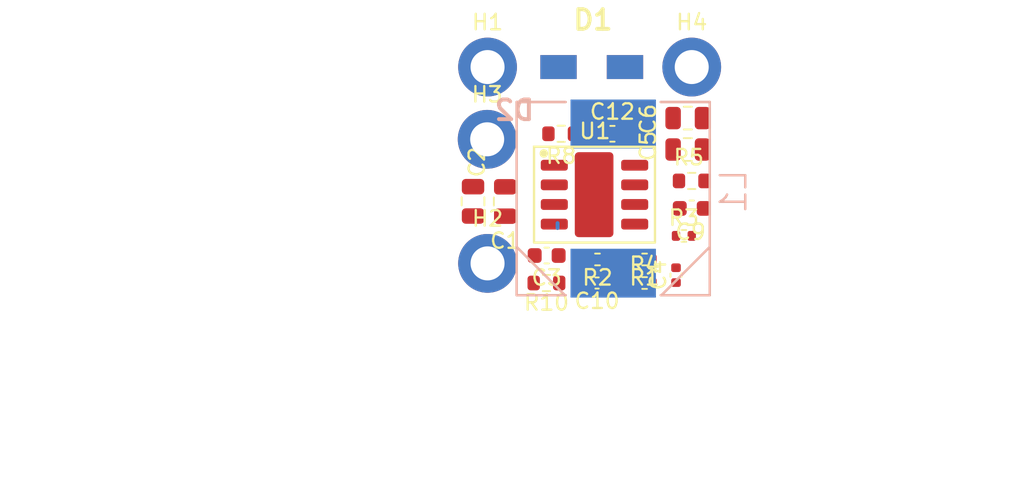
<source format=kicad_pcb>
(kicad_pcb (version 20221018) (generator pcbnew)
  (layers (0 "F.Cu" signal) (1 "In1.Cu" signal) (2 "In2.Cu" signal) (31 "B.Cu" signal) (34 "B.Paste" user) (35 "F.Paste" user) (36 "B.SilkS" user "B.Silkscreen") (37 "F.SilkS" user "F.Silkscreen") (38 "B.Mask" user) (39 "F.Mask" user) (44 "Edge.Cuts" user))
  (net 0 "")
  (net 1 "5VSB")
  (net 2 "GNDREF")
  (net 3 "Net-(U1-VCC)")
  (net 4 "Net-(C4-Pad1)")
  (net 5 "12VSB")
  (net 6 "Net-(U1-HVDD)")
  (net 7 "Net-(U1-COMP)")
  (net 8 "Net-(C12-Pad1)")
  (net 9 "Net-(D1-A)")
  (net 10 "12V")
  (net 11 "Net-(U1-FB)")
  (net 12 "Net-(U1-OC)")
  (net 13 "Net-(U1-EN)")
  (footprint "Resistor_SMD:R_0402_1005Metric" (layer "F.Cu") (at 65.024 66.802 180)
    (fp_text reference "R1" (at 0 -1.17) (layer "F.SilkS"))
    (fp_text value "R 30D")
    (fp_line (start -0.153641 -0.38) (end 0.153641 -0.38) (stroke (width 0.12)) (layer "F.SilkS"))
    (fp_line (start -0.153641 0.38) (end 0.153641 0.38) (stroke (width 0.12)) (layer "F.SilkS"))
    (pad "1" smd roundrect (at -0.51 0 180) (size 0.54 0.64) (layers "F.Cu" "F.Paste" "F.Mask") (net 5 "12VSB"))
    (pad "2" smd roundrect (at 0.51 0 180) (size 0.54 0.64) (layers "F.Cu" "F.Paste" "F.Mask") (net 11 "Net-(U1-FB)"))
  )
  (footprint "Resistor_SMD:R_0603_1608Metric" (layer "F.Cu") (at 58.674 68.326)
    (fp_text reference "R10" (at 0 1.27) (layer "F.SilkS"))
    (fp_text value "R 102")
    (fp_line (start -0.237258 -0.5225) (end 0.237258 -0.5225) (stroke (width 0.12)) (layer "F.SilkS"))
    (fp_line (start -0.237258 0.5225) (end 0.237258 0.5225) (stroke (width 0.12)) (layer "F.SilkS"))
    (pad "1" smd roundrect (at -0.825 0) (size 0.8 0.95) (layers "F.Cu" "F.Paste" "F.Mask") (net 1 "5VSB"))
    (pad "2" smd roundrect (at 0.825 0) (size 0.8 0.95) (layers "F.Cu" "F.Paste" "F.Mask") (net 13 "Net-(U1-EN)"))
  )
  (footprint "Resistor_SMD:R_0402_1005Metric" (layer "F.Cu") (at 61.976 66.802 180)
    (fp_text reference "R2" (at 0 -1.17) (layer "F.SilkS"))
    (fp_text value "R 223")
    (fp_line (start -0.153641 -0.38) (end 0.153641 -0.38) (stroke (width 0.12)) (layer "F.SilkS"))
    (fp_line (start -0.153641 0.38) (end 0.153641 0.38) (stroke (width 0.12)) (layer "F.SilkS"))
    (pad "1" smd roundrect (at -0.51 0 180) (size 0.54 0.64) (layers "F.Cu" "F.Paste" "F.Mask") (net 11 "Net-(U1-FB)"))
    (pad "2" smd roundrect (at 0.51 0 180) (size 0.54 0.64) (layers "F.Cu" "F.Paste" "F.Mask") (net 2 "GNDREF"))
  )
  (footprint "Resistor_SMD:R_0603_1608Metric" (layer "F.Cu") (at 68.072 61.722 180)
    (fp_text reference "R5" (at 0.19 1.524) (layer "F.SilkS"))
    (fp_text value "R")
    (fp_line (start -0.237258 -0.5225) (end 0.237258 -0.5225) (stroke (width 0.12)) (layer "F.SilkS"))
    (fp_line (start -0.237258 0.5225) (end 0.237258 0.5225) (stroke (width 0.12)) (layer "F.SilkS"))
    (pad "1" smd roundrect (at -0.825 0 180) (size 0.8 0.95) (layers "F.Cu" "F.Paste" "F.Mask") (net 5 "12VSB"))
    (pad "2" smd roundrect (at 0.825 0 180) (size 0.8 0.95) (layers "F.Cu" "F.Paste" "F.Mask") (net 6 "Net-(U1-HVDD)"))
  )
  (footprint "Capacitor_SMD:C_0402_1005Metric" (layer "F.Cu") (at 61.948 68.326 180)
    (fp_text reference "C10" (at 0 -1.16) (layer "F.SilkS"))
    (fp_text value "C")
    (fp_line (start -0.107836 -0.36) (end 0.107836 -0.36) (stroke (width 0.12)) (layer "F.SilkS"))
    (fp_line (start -0.107836 0.36) (end 0.107836 0.36) (stroke (width 0.12)) (layer "F.SilkS"))
    (pad "1" smd roundrect (at -0.48 0 180) (size 0.56 0.62) (layers "F.Cu" "F.Paste" "F.Mask") (net 7 "Net-(U1-COMP)"))
    (pad "2" smd roundrect (at 0.48 0 180) (size 0.56 0.62) (layers "F.Cu" "F.Paste" "F.Mask") (net 2 "GNDREF"))
  )
  (footprint "Capacitor_SMD:C_0603_1608Metric" (layer "F.Cu") (at 58.687 66.548 180)
    (fp_text reference "C3" (at 0 -1.43) (layer "F.SilkS"))
    (fp_text value "C")
    (fp_line (start -0.14058 -0.51) (end 0.14058 -0.51) (stroke (width 0.12)) (layer "F.SilkS"))
    (fp_line (start -0.14058 0.51) (end 0.14058 0.51) (stroke (width 0.12)) (layer "F.SilkS"))
    (pad "1" smd roundrect (at -0.775 0 180) (size 0.9 0.95) (layers "F.Cu" "F.Paste" "F.Mask") (net 2 "GNDREF"))
    (pad "2" smd roundrect (at 0.775 0 180) (size 0.9 0.95) (layers "F.Cu" "F.Paste" "F.Mask") (net 3 "Net-(U1-VCC)"))
  )
  (footprint "12VSB Library:diode" (layer "F.Cu") (at 61.604 54.356 180)
    (fp_text reference "D1" (at -0.0762 3.048) (layer "F.SilkS") (effects (font (size 1.27 1.27) (thickness 0.254))))
    (fp_text value " SH548F" hide)
    (pad "1" smd rect (at -2.15 0 270) (size 1.55 2.35) (layers "F.Cu" "F.Paste" "F.Mask") (net 5 "12VSB"))
    (pad "2" smd rect (at 2.15 0 270) (size 1.55 2.35) (layers "F.Cu" "F.Paste" "F.Mask") (net 9 "Net-(D1-A)"))
  )
  (footprint "Resistor_SMD:R_0603_1608Metric" (layer "F.Cu") (at 59.627 58.672 180)
    (fp_text reference "R8" (at 0 -1.43) (layer "F.SilkS"))
    (fp_text value "R 1R5")
    (fp_line (start -0.237258 -0.5225) (end 0.237258 -0.5225) (stroke (width 0.12)) (layer "F.SilkS"))
    (fp_line (start -0.237258 0.5225) (end 0.237258 0.5225) (stroke (width 0.12)) (layer "F.SilkS"))
    (pad "1" smd roundrect (at -0.825 0 180) (size 0.8 0.95) (layers "F.Cu" "F.Paste" "F.Mask") (net 8 "Net-(C12-Pad1)"))
    (pad "2" smd roundrect (at 0.825 0 180) (size 0.8 0.95) (layers "F.Cu" "F.Paste" "F.Mask") (net 9 "Net-(D1-A)"))
  )
  (footprint "Resistor_SMD:R_0402_1005Metric" (layer "F.Cu") (at 67.564 65.278)
    (fp_text reference "R3" (at 0 -1.17) (layer "F.SilkS"))
    (fp_text value "R 01D")
    (fp_line (start -0.153641 -0.38) (end 0.153641 -0.38) (stroke (width 0.12)) (layer "F.SilkS"))
    (fp_line (start -0.153641 0.38) (end 0.153641 0.38) (stroke (width 0.12)) (layer "F.SilkS"))
    (pad "1" smd roundrect (at -0.51 0) (size 0.54 0.64) (layers "F.Cu" "F.Paste" "F.Mask") (net 12 "Net-(U1-OC)"))
    (pad "2" smd roundrect (at 0.51 0) (size 0.54 0.64) (layers "F.Cu" "F.Paste" "F.Mask") (net 2 "GNDREF"))
  )
  (footprint "Capacitor_SMD:C_0603_1608Metric" (layer "F.Cu") (at 68.072 63.5)
    (fp_text reference "C9" (at -0.0762 1.524) (layer "F.SilkS"))
    (fp_text value "C")
    (fp_line (start -0.14058 -0.51) (end 0.14058 -0.51) (stroke (width 0.12)) (layer "F.SilkS"))
    (fp_line (start -0.14058 0.51) (end 0.14058 0.51) (stroke (width 0.12)) (layer "F.SilkS"))
    (pad "1" smd roundrect (at -0.775 0) (size 0.9 0.95) (layers "F.Cu" "F.Paste" "F.Mask") (net 6 "Net-(U1-HVDD)"))
    (pad "2" smd roundrect (at 0.775 0) (size 0.9 0.95) (layers "F.Cu" "F.Paste" "F.Mask") (net 2 "GNDREF"))
  )
  (footprint "Capacitor_SMD:C_0805_2012Metric" (layer "F.Cu") (at 56.007 63.053 90)
    (fp_text reference "C1" (at -2.54 0) (layer "F.SilkS"))
    (fp_text value "C")
    (fp_line (start -0.261252 -0.735) (end 0.261252 -0.735) (stroke (width 0.12)) (layer "F.SilkS"))
    (fp_line (start -0.261252 0.735) (end 0.261252 0.735) (stroke (width 0.12)) (layer "F.SilkS"))
    (pad "1" smd roundrect (at -0.95 0 90) (size 1 1.45) (layers "F.Cu" "F.Paste" "F.Mask") (net 1 "5VSB"))
    (pad "2" smd roundrect (at 0.95 0 90) (size 1 1.45) (layers "F.Cu" "F.Paste" "F.Mask") (net 2 "GNDREF"))
  )
  (footprint "12VSB Library:FP6296" (layer "F.Cu") (at 61.756999 62.611)
    (fp_text reference "U1" (at 0.0508 -4.1148 unlocked) (layer "F.SilkS"))
    (fp_text value "FP6296")
    (fp_rect (start -3.8862 -3.0988) (end 3.937 3.0988) (stroke (width 0.15)) (fill none) (layer "F.SilkS"))
    (fp_circle (center -3.2512 -2.667) (end -3.1012 -2.667) (stroke (width 0.249999)) (fill solid) (layer "F.SilkS"))
    (pad "1" smd roundrect (at -2.574999 -1.905 90) (size 0.700001 1.75) (layers "F.Cu" "F.Paste" "F.Mask") (net 9 "Net-(D1-A)"))
    (pad "2" smd roundrect (at -2.574999 -0.635 90) (size 0.700001 1.75) (layers "F.Cu" "F.Paste" "F.Mask") (net 9 "Net-(D1-A)"))
    (pad "3" smd roundrect (at -2.574999 0.635 90) (size 0.700001 1.75) (layers "F.Cu" "F.Paste" "F.Mask") (net 3 "Net-(U1-VCC)"))
    (pad "4" smd roundrect (at -2.574999 1.905 90) (size 0.700001 1.75) (layers "F.Cu" "F.Paste" "F.Mask") (net 13 "Net-(U1-EN)"))
    (pad "5" smd roundrect (at 2.625001 1.905 90) (size 0.700001 1.75) (layers "F.Cu" "F.Paste" "F.Mask") (net 11 "Net-(U1-FB)"))
    (pad "6" smd roundrect (at 2.625001 0.635 90) (size 0.700001 1.75) (layers "F.Cu" "F.Paste" "F.Mask") (net 7 "Net-(U1-COMP)"))
    (pad "7" smd roundrect (at 2.625001 -0.635 90) (size 0.700001 1.75) (layers "F.Cu" "F.Paste" "F.Mask") (net 12 "Net-(U1-OC)"))
    (pad "8" smd roundrect (at 2.625001 -1.905 90) (size 0.700001 1.75) (layers "F.Cu" "F.Paste" "F.Mask") (net 6 "Net-(U1-HVDD)"))
    (pad "9" smd roundrect (at 0 0) (size 2.5 5.5) (layers "F.Cu" "F.Paste" "F.Mask") (roundrect_rratio 0.1) (net 2 "GNDREF"))
  )
  (footprint "Capacitor_SMD:C_0402_1005Metric" (layer "F.Cu") (at 67.056 67.818 90)
    (fp_text reference "C4" (at 0 -1.16 90) (layer "F.SilkS"))
    (fp_text value "C")
    (fp_line (start -0.107836 -0.36) (end 0.107836 -0.36) (stroke (width 0.12)) (layer "F.SilkS"))
    (fp_line (start -0.107836 0.36) (end 0.107836 0.36) (stroke (width 0.12)) (layer "F.SilkS"))
    (pad "1" smd roundrect (at -0.48 0 90) (size 0.56 0.62) (layers "F.Cu" "F.Paste" "F.Mask") (net 4 "Net-(C4-Pad1)"))
    (pad "2" smd roundrect (at 0.48 0 90) (size 0.56 0.62) (layers "F.Cu" "F.Paste" "F.Mask") (net 2 "GNDREF"))
  )
  (footprint "MountingHole:MountingHole_2.2mm_M2_DIN965_Pad" (layer "F.Cu") (at 54.864 54.356)
    (fp_text reference "H1" (at 0 -2.9) (layer "F.SilkS"))
    (fp_text value "12V")
    (pad "1" thru_hole circle (at 0 0) (size 3.8 3.8) (drill 2.2) (layers "*.Cu" "*.Mask") (net 10 "12V"))
  )
  (footprint "Capacitor_SMD:C_0805_2012Metric" (layer "F.Cu") (at 67.818 57.658)
    (fp_text reference "C6" (at -2.576 0.063 90) (layer "F.SilkS"))
    (fp_text value "C")
    (fp_line (start -0.261252 -0.735) (end 0.261252 -0.735) (stroke (width 0.12)) (layer "F.SilkS"))
    (fp_line (start -0.261252 0.735) (end 0.261252 0.735) (stroke (width 0.12)) (layer "F.SilkS"))
    (pad "1" smd roundrect (at -0.95 0) (size 1 1.45) (layers "F.Cu" "F.Paste" "F.Mask") (net 5 "12VSB"))
    (pad "2" smd roundrect (at 0.95 0) (size 1 1.45) (layers "F.Cu" "F.Paste" "F.Mask") (net 2 "GNDREF"))
  )
  (footprint "Capacitor_SMD:C_0805_2012Metric" (layer "F.Cu") (at 53.9242 63.0428 90)
    (fp_text reference "C2" (at 2.54 0.254 90) (layer "F.SilkS"))
    (fp_text value "C")
    (fp_line (start -0.261252 -0.735) (end 0.261252 -0.735) (stroke (width 0.12)) (layer "F.SilkS"))
    (fp_line (start -0.261252 0.735) (end 0.261252 0.735) (stroke (width 0.12)) (layer "F.SilkS"))
    (pad "1" smd roundrect (at -0.95 0 90) (size 1 1.45) (layers "F.Cu" "F.Paste" "F.Mask") (net 1 "5VSB"))
    (pad "2" smd roundrect (at 0.95 0 90) (size 1 1.45) (layers "F.Cu" "F.Paste" "F.Mask") (net 2 "GNDREF"))
  )
  (footprint "Capacitor_SMD:C_0805_2012Metric" (layer "F.Cu") (at 67.818 59.69)
    (fp_text reference "C5" (at -2.576 -0.229 90) (layer "F.SilkS"))
    (fp_text value "C")
    (fp_line (start -0.261252 -0.735) (end 0.261252 -0.735) (stroke (width 0.12)) (layer "F.SilkS"))
    (fp_line (start -0.261252 0.735) (end 0.261252 0.735) (stroke (width 0.12)) (layer "F.SilkS"))
    (pad "1" smd roundrect (at -0.95 0) (size 1 1.45) (layers "F.Cu" "F.Paste" "F.Mask") (net 5 "12VSB"))
    (pad "2" smd roundrect (at 0.95 0) (size 1 1.45) (layers "F.Cu" "F.Paste" "F.Mask") (net 2 "GNDREF"))
  )
  (footprint "MountingHole:MountingHole_2.2mm_M2_DIN965_Pad" (layer "F.Cu") (at 54.8386 59.0296)
    (fp_text reference "H3" (at 0 -2.9) (layer "F.SilkS"))
    (fp_text value "GND")
    (pad "1" thru_hole circle (at 0 0) (size 3.8 3.8) (drill 2.2) (layers "*.Cu" "*.Mask") (net 2 "GNDREF"))
  )
  (footprint "Capacitor_SMD:C_0603_1608Metric" (layer "F.Cu") (at 62.942 58.672)
    (fp_text reference "C12" (at 0 -1.43) (layer "F.SilkS"))
    (fp_text value "C")
    (fp_line (start -0.14058 -0.51) (end 0.14058 -0.51) (stroke (width 0.12)) (layer "F.SilkS"))
    (fp_line (start -0.14058 0.51) (end 0.14058 0.51) (stroke (width 0.12)) (layer "F.SilkS"))
    (pad "1" smd roundrect (at -0.775 0) (size 0.9 0.95) (layers "F.Cu" "F.Paste" "F.Mask") (net 8 "Net-(C12-Pad1)"))
    (pad "2" smd roundrect (at 0.775 0) (size 0.9 0.95) (layers "F.Cu" "F.Paste" "F.Mask") (net 2 "GNDREF"))
  )
  (footprint "MountingHole:MountingHole_2.2mm_M2_DIN965_Pad" (layer "F.Cu") (at 68.072 54.356)
    (fp_text reference "H4" (at 0 -2.9) (layer "F.SilkS"))
    (fp_text value "12VSB")
    (pad "1" thru_hole circle (at 0 0) (size 3.8 3.8) (drill 2.2) (layers "*.Cu" "*.Mask") (net 5 "12VSB"))
  )
  (footprint "MountingHole:MountingHole_2.2mm_M2_DIN965_Pad" (layer "F.Cu") (at 54.864 67.056)
    (fp_text reference "H2" (at 0 -2.9) (layer "F.SilkS"))
    (fp_text value "5VSB")
    (pad "1" thru_hole circle (at 0 0) (size 3.8 3.8) (drill 2.2) (layers "*.Cu" "*.Mask") (net 1 "5VSB"))
  )
  (footprint "Resistor_SMD:R_0402_1005Metric" (layer "F.Cu") (at 65.024 68.326)
    (fp_text reference "R4" (at 0 -1.17) (layer "F.SilkS"))
    (fp_text value "R 303")
    (fp_line (start -0.153641 -0.38) (end 0.153641 -0.38) (stroke (width 0.12)) (layer "F.SilkS"))
    (fp_line (start -0.153641 0.38) (end 0.153641 0.38) (stroke (width 0.12)) (layer "F.SilkS"))
    (pad "1" smd roundrect (at -0.51 0) (size 0.54 0.64) (layers "F.Cu" "F.Paste" "F.Mask") (net 7 "Net-(U1-COMP)"))
    (pad "2" smd roundrect (at 0.51 0) (size 0.54 0.64) (layers "F.Cu" "F.Paste" "F.Mask") (net 4 "Net-(C4-Pad1)"))
  )
  (footprint "12VSB Library:INDM125125X800N" (layer "B.Cu") (at 62.992 62.865 90)
    (fp_text reference "L1" (at 0.45806 7.78718 90) (layer "B.SilkS") (effects (font (size 1.643118 1.643118)) (justify mirror)))
    (fp_text value "L 3R3")
    (fp_line (start -6.2484 -6.2484) (end 6.2484 -6.2484) (stroke (width 0.1524)) (layer "B.SilkS"))
    (fp_line (start -6.2484 -3.1242) (end -6.2484 -6.2484) (stroke (width 0.1524)) (layer "B.SilkS"))
    (fp_line (start -6.2484 -3.1242) (end -3.1242 -6.2484) (stroke (width 0.1524)) (layer "B.SilkS"))
    (fp_line (start -6.2484 -3.0734) (end -6.2484 -3.1242) (stroke (width 0.1524)) (layer "B.SilkS"))
    (fp_line (start -6.2484 3.1242) (end -3.1242 6.2484) (stroke (width 0.1524)) (layer "B.SilkS"))
    (fp_line (start -6.2484 6.2484) (end -6.2484 3.0734) (stroke (width 0.1524)) (layer "B.SilkS"))
    (fp_line (start 6.2484 -6.2484) (end 6.2484 -3.0734) (stroke (width 0.1524)) (layer "B.SilkS"))
    (fp_line (start 6.2484 3.0734) (end 6.2484 6.2484) (stroke (width 0.1524)) (layer "B.SilkS"))
    (fp_line (start 6.2484 6.2484) (end -6.2484 6.2484) (stroke (width 0.1524)) (layer "B.SilkS"))
    (pad "1" smd rect (at -4.826 0) (size 5.5118 3.1496) (layers "B.Cu" "B.Paste" "B.Mask") (net 1 "5VSB"))
    (pad "2" smd rect (at 4.826 0) (size 5.5118 3.1496) (layers "B.Cu" "B.Paste" "B.Mask") (net 9 "Net-(D1-A)"))
  )
  (footprint "12VSB Library:diode" (layer "B.Cu") (at 61.604 54.356 180)
    (fp_text reference "D2" (at 5.0038 -2.794) (layer "B.SilkS") (effects (font (size 1.27 1.27) (thickness 0.254)) (justify mirror)))
    (fp_text value "SH548F" hide)
    (pad "1" smd rect (at -2.15 0 90) (size 1.55 2.35) (layers "B.Cu" "B.Paste" "B.Mask") (net 5 "12VSB"))
    (pad "2" smd rect (at 2.15 0 90) (size 1.55 2.35) (layers "B.Cu" "B.Paste" "B.Mask") (net 10 "12V"))
  )
  (footprint "12VSB Library:INDM125125X800N" (layer "B.Cu") (at 62.992 62.865 90)
    (fp_text reference "L1" (at 0.45806 7.78718 90) (layer "B.SilkS") (effects (font (size 1.643118 1.643118)) (justify mirror)))
    (fp_text value "L 3R3")
    (fp_line (start -6.2484 -6.2484) (end 6.2484 -6.2484) (stroke (width 0.1524)) (layer "B.SilkS"))
    (fp_line (start -6.2484 -3.1242) (end -6.2484 -6.2484) (stroke (width 0.1524)) (layer "B.SilkS"))
    (fp_line (start -6.2484 -3.1242) (end -3.1242 -6.2484) (stroke (width 0.1524)) (layer "B.SilkS"))
    (fp_line (start -6.2484 -3.0734) (end -6.2484 -3.1242) (stroke (width 0.1524)) (layer "B.SilkS"))
    (fp_line (start -6.2484 3.1242) (end -3.1242 6.2484) (stroke (width 0.1524)) (layer "B.SilkS"))
    (fp_line (start -6.2484 6.2484) (end -6.2484 3.0734) (stroke (width 0.1524)) (layer "B.SilkS"))
    (fp_line (start 6.2484 -6.2484) (end 6.2484 -3.0734) (stroke (width 0.1524)) (layer "B.SilkS"))
    (fp_line (start 6.2484 3.0734) (end 6.2484 6.2484) (stroke (width 0.1524)) (layer "B.SilkS"))
    (fp_line (start 6.2484 6.2484) (end -6.2484 6.2484) (stroke (width 0.1524)) (layer "B.SilkS"))
    (pad "1" smd rect (at -4.826 0) (size 5.5118 3.1496) (layers "B.Cu" "B.Paste" "B.Mask") (net 1 "5VSB"))
    (pad "2" smd rect (at 4.826 0) (size 5.5118 3.1496) (layers "B.Cu" "B.Paste" "B.Mask") (net 9 "Net-(D1-A)"))
  )
  (segment (start 54.864 67.564) (end 54.61 67.31) (width 1) (layer "F.Cu") (net 1))
  (segment (start 59.3925 64.77) (end 59.3925 64.45) (width 0.25) (layer "B.Cu") (net 1))
)
</source>
